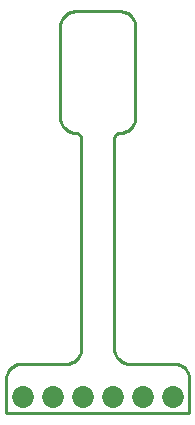
<source format=gbr>
G04 EAGLE Gerber RS-274X export*
G75*
%MOMM*%
%FSLAX34Y34*%
%LPD*%
%INSoldermask Bottom*%
%IPPOS*%
%AMOC8*
5,1,8,0,0,1.08239X$1,22.5*%
G01*
%ADD10C,1.853200*%
%ADD11C,0.254000*%


D10*
X13970Y13970D03*
X39370Y13970D03*
X64770Y13970D03*
X90170Y13970D03*
X115570Y13970D03*
X140970Y13970D03*
D11*
X0Y0D02*
X154940Y0D01*
X154940Y29210D01*
X154892Y30317D01*
X154747Y31415D01*
X154507Y32497D01*
X154174Y33554D01*
X153750Y34577D01*
X153239Y35560D01*
X152643Y36494D01*
X151969Y37373D01*
X151220Y38190D01*
X150403Y38939D01*
X149524Y39613D01*
X148590Y40209D01*
X147607Y40720D01*
X146584Y41144D01*
X145527Y41477D01*
X144445Y41717D01*
X143347Y41862D01*
X142240Y41910D01*
X104140Y41910D01*
X103033Y41958D01*
X101935Y42103D01*
X100853Y42343D01*
X99796Y42676D01*
X98773Y43100D01*
X97790Y43611D01*
X96856Y44207D01*
X95977Y44881D01*
X95160Y45630D01*
X94411Y46447D01*
X93737Y47326D01*
X93141Y48260D01*
X92630Y49243D01*
X92206Y50266D01*
X91873Y51323D01*
X91633Y52405D01*
X91488Y53503D01*
X91440Y54610D01*
X91440Y232410D01*
X91459Y232853D01*
X91517Y233292D01*
X91613Y233725D01*
X91746Y234147D01*
X91916Y234557D01*
X92121Y234950D01*
X92359Y235324D01*
X92629Y235675D01*
X92928Y236002D01*
X93255Y236302D01*
X93606Y236571D01*
X93980Y236809D01*
X94373Y237014D01*
X94783Y237184D01*
X95205Y237317D01*
X95638Y237413D01*
X96077Y237471D01*
X96520Y237490D01*
X97627Y237538D01*
X98725Y237683D01*
X99807Y237923D01*
X100864Y238256D01*
X101887Y238680D01*
X102870Y239191D01*
X103804Y239787D01*
X104683Y240461D01*
X105500Y241210D01*
X106249Y242027D01*
X106923Y242906D01*
X107519Y243840D01*
X108030Y244823D01*
X108454Y245846D01*
X108787Y246903D01*
X109027Y247985D01*
X109172Y249083D01*
X109220Y250190D01*
X109220Y327660D01*
X109172Y328767D01*
X109027Y329865D01*
X108787Y330947D01*
X108454Y332004D01*
X108030Y333027D01*
X107519Y334010D01*
X106923Y334944D01*
X106249Y335823D01*
X105500Y336640D01*
X104683Y337389D01*
X103804Y338063D01*
X102870Y338659D01*
X101887Y339170D01*
X100864Y339594D01*
X99807Y339927D01*
X98725Y340167D01*
X97627Y340312D01*
X96520Y340360D01*
X58420Y340360D01*
X57313Y340312D01*
X56215Y340167D01*
X55133Y339927D01*
X54076Y339594D01*
X53053Y339170D01*
X52070Y338659D01*
X51136Y338063D01*
X50257Y337389D01*
X49440Y336640D01*
X48691Y335823D01*
X48017Y334944D01*
X47421Y334010D01*
X46910Y333027D01*
X46486Y332004D01*
X46153Y330947D01*
X45913Y329865D01*
X45768Y328767D01*
X45720Y327660D01*
X45720Y250190D01*
X45768Y249083D01*
X45913Y247985D01*
X46153Y246903D01*
X46486Y245846D01*
X46910Y244823D01*
X47421Y243840D01*
X48017Y242906D01*
X48691Y242027D01*
X49440Y241210D01*
X50257Y240461D01*
X51136Y239787D01*
X52070Y239191D01*
X53053Y238680D01*
X54076Y238256D01*
X55133Y237923D01*
X56215Y237683D01*
X57313Y237538D01*
X58420Y237490D01*
X58863Y237471D01*
X59302Y237413D01*
X59735Y237317D01*
X60157Y237184D01*
X60567Y237014D01*
X60960Y236809D01*
X61334Y236571D01*
X61685Y236302D01*
X62012Y236002D01*
X62312Y235675D01*
X62581Y235324D01*
X62819Y234950D01*
X63024Y234557D01*
X63194Y234147D01*
X63327Y233725D01*
X63423Y233292D01*
X63481Y232853D01*
X63500Y232410D01*
X63500Y54610D01*
X63452Y53503D01*
X63307Y52405D01*
X63067Y51323D01*
X62734Y50266D01*
X62310Y49243D01*
X61799Y48260D01*
X61203Y47326D01*
X60529Y46447D01*
X59780Y45630D01*
X58963Y44881D01*
X58084Y44207D01*
X57150Y43611D01*
X56167Y43100D01*
X55144Y42676D01*
X54087Y42343D01*
X53005Y42103D01*
X51907Y41958D01*
X50800Y41910D01*
X12700Y41910D01*
X11593Y41862D01*
X10495Y41717D01*
X9413Y41477D01*
X8356Y41144D01*
X7333Y40720D01*
X6350Y40209D01*
X5416Y39613D01*
X4537Y38939D01*
X3720Y38190D01*
X2971Y37373D01*
X2297Y36494D01*
X1701Y35560D01*
X1190Y34577D01*
X766Y33554D01*
X433Y32497D01*
X193Y31415D01*
X48Y30317D01*
X0Y29210D01*
X0Y0D01*
M02*

</source>
